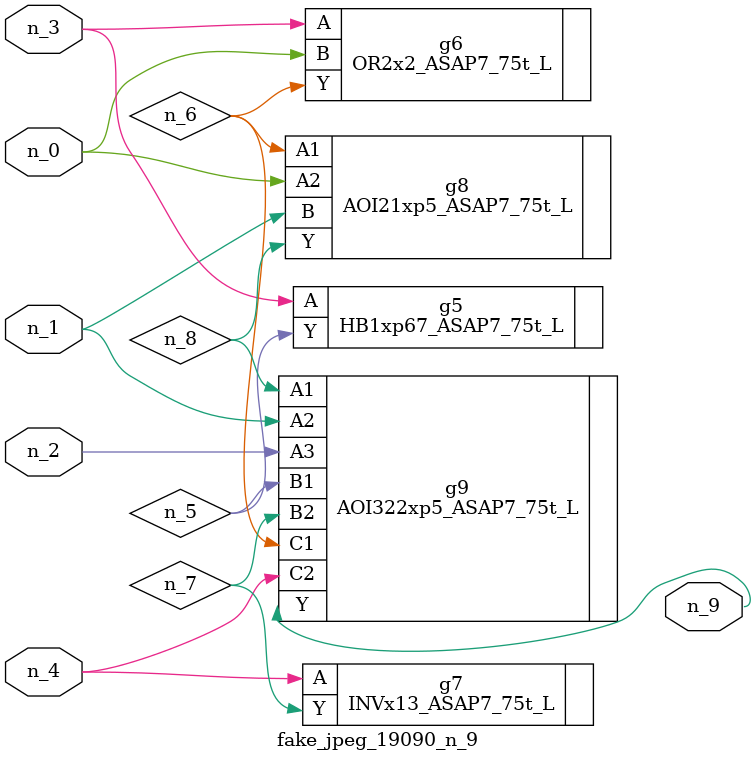
<source format=v>
module fake_jpeg_19090_n_9 (n_3, n_2, n_1, n_0, n_4, n_9);

input n_3;
input n_2;
input n_1;
input n_0;
input n_4;

output n_9;

wire n_8;
wire n_6;
wire n_5;
wire n_7;

HB1xp67_ASAP7_75t_L g5 ( 
.A(n_3),
.Y(n_5)
);

OR2x2_ASAP7_75t_L g6 ( 
.A(n_3),
.B(n_0),
.Y(n_6)
);

INVx13_ASAP7_75t_L g7 ( 
.A(n_4),
.Y(n_7)
);

AOI21xp5_ASAP7_75t_L g8 ( 
.A1(n_6),
.A2(n_0),
.B(n_1),
.Y(n_8)
);

AOI322xp5_ASAP7_75t_L g9 ( 
.A1(n_8),
.A2(n_1),
.A3(n_2),
.B1(n_5),
.B2(n_7),
.C1(n_6),
.C2(n_4),
.Y(n_9)
);


endmodule
</source>
